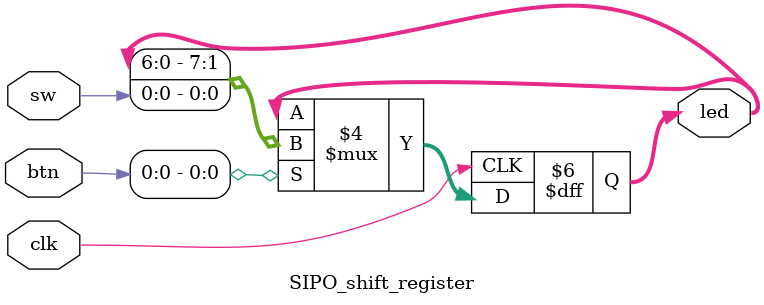
<source format=v>
module SIPO_shift_register(
input [1:0]sw,
input [3:0] btn,
input clk,
output reg[7:0]led
);
////////clk_div///////////
// reg [25:0] cnt = 0;
// reg clk_div =1 ;
// parameter CLK_DIVDER = 5;
// always @(posedge clk)begin
//     if (cnt==CLK_DIVDER-1) cnt <=0;
//     else cnt <= cnt+1;
// end
// always @(posedge clk)begin
//    if(cnt==CLK_DIVDER-1) clk_div <= ~clk_div;
//    else  clk_div <= clk_div;
// end
/////////////////////////
reg[7:0] Q;
always @(posedge clk)begin
    if(!btn[0]) led<=led;
    else led[7:0] <= {led[6:0],sw[0]};
end

endmodule
</source>
